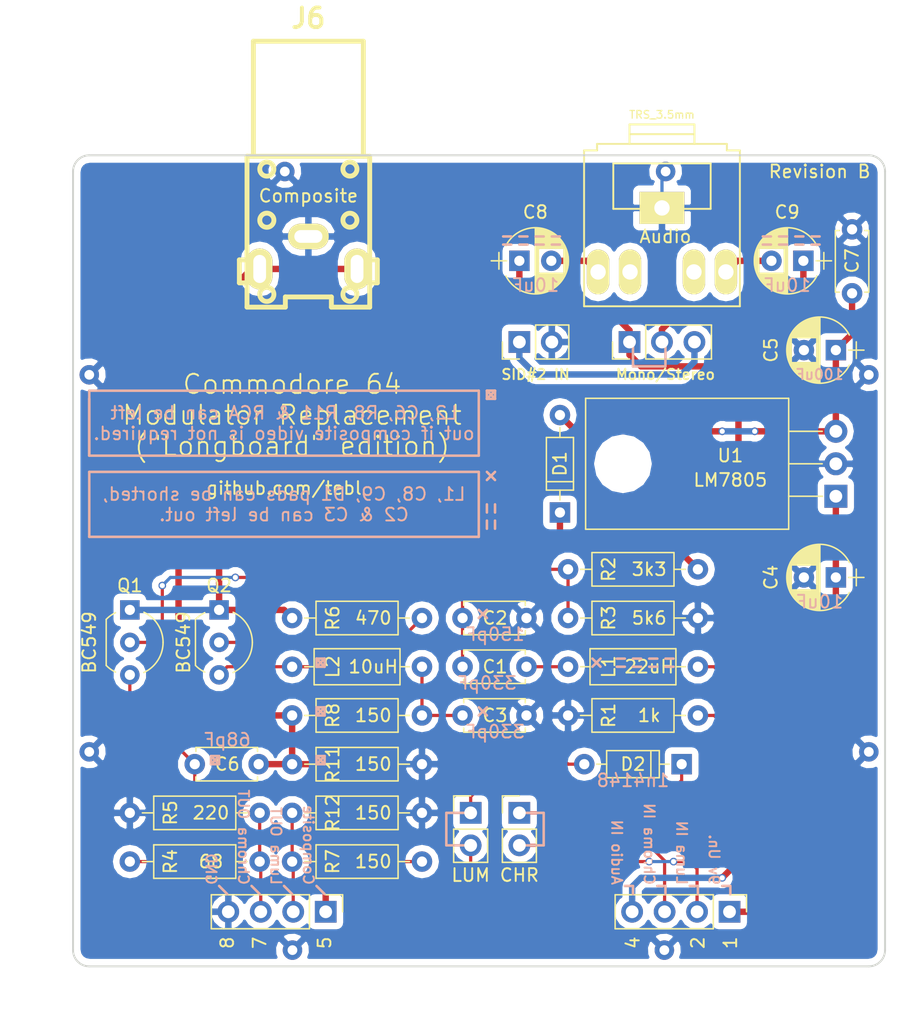
<source format=kicad_pcb>
(kicad_pcb (version 4) (host pcbnew 4.0.7)
  (layers (0 F.Cu signal) (31 B.Cu signal) (34 B.Paste user) (35 F.Paste user) (36 B.SilkS user) (37 F.SilkS user) (38 B.Mask user) (39 F.Mask user) (44 Edge.Cuts user))
  (net 0 "")
  (net 1 "Net-(C1-Pad1)")
  (net 2 "Net-(C1-Pad2)")
  (net 3 GND)
  (net 4 "Net-(C3-Pad1)")
  (net 5 "Net-(C6-Pad1)")
  (net 6 COMPOSITE)
  (net 7 VCC)
  (net 8 LUMA_IN)
  (net 9 "Net-(D2-Pad2)")
  (net 10 LUMA_OUT)
  (net 11 CHROMA_OUT)
  (net 12 CHROMA_IN)
  (net 13 AUDIO_IN)
  (net 14 "Net-(J4-Pad1)")
  (net 15 /AUD_R)
  (net 16 "Net-(L2-Pad2)")
  (net 17 +9V)
  (net 18 "Net-(J3-Pad2)")
  (net 19 "Net-(J3-Pad3)")
  (net 20 "Net-(C5-Pad1)")
  (net 21 "Net-(C8-Pad2)")
  (net 22 "Net-(C9-Pad2)")
  (module trs:Tayda_3.5mm_stereo_TRS_jack_A-853 (layer F.Cu) (at 164.83 67.945)
    (fp_text reference J5 hide)
    (fp_text value TRS_3.5mm (at 0 -8.89) (layer F.SilkS) (effects (font (size 0.6 0.6) (thickness 0.1))))
    (pad 1 thru_hole rect (at 0 -1.596) (size 3.5 2.5) (drill 1.2) (layers *.Cu *.Mask F.SilkS) (net 3 GND))
    (pad 2 thru_hole oval (at 5 3.41) (size 1.75 3.5) (drill 1.2) (layers *.Cu *.Mask F.SilkS) (net 22 "Net-(C9-Pad2)"))
    (pad 5 thru_hole oval (at -5 3.41) (size 1.75 3.5) (drill 1.2) (layers *.Cu *.Mask F.SilkS) (net 21 "Net-(C8-Pad2)"))
    (pad 3 thru_hole oval (at 2.5 3.41) (size 1.75 3.5) (drill 1.2) (layers *.Cu *.Mask F.SilkS))
    (pad 4 thru_hole oval (at -2.5 3.41) (size 1.75 3.5) (drill 1.2) (layers *.Cu *.Mask F.SilkS))
  )
  (module rca:rca_yellow (layer F.Cu) (at 137.16 67.31 180)
    (fp_text reference J6 (at 0 15.7988 180) (layer F.SilkS) (effects (font (thickness 0.3048))))
    (fp_text value RCA_PLUG)
    (pad 2 thru_hole oval (at 3.81 -3.81 180) (size 1.99898 3.19786) (drill oval 0.99568 2.1971) (layers *.Cu *.Mask F.SilkS) (net 6 COMPOSITE))
    (pad 1 thru_hole oval (at 0 -1.27 180) (size 3.19786 1.99898) (drill oval 2.1971 0.99568) (layers *.Cu *.Mask F.SilkS) (net 3 GND))
    (pad 2 thru_hole oval (at -3.81 -3.81 180) (size 1.99898 3.19786) (drill oval 0.99568 2.1971) (layers *.Cu *.Mask F.SilkS) (net 6 COMPOSITE))
  )
  (module Capacitors_THT:C_Disc_D4.7mm_W2.5mm_P5.00mm (layer F.Cu) (at 149.225 102.235)
    (fp_text reference C1 (at 2.54 0) (layer F.SilkS))
    (fp_text value 330pF (at 1.905 1.27 180) (layer B.SilkS) (effects (justify mirror)))
    (pad 1 thru_hole circle (at 0 0) (size 1.6 1.6) (drill 0.8) (layers *.Cu *.Mask) (net 1 "Net-(C1-Pad1)"))
    (pad 2 thru_hole circle (at 5 0) (size 1.6 1.6) (drill 0.8) (layers *.Cu *.Mask) (net 2 "Net-(C1-Pad2)"))
  )
  (module Capacitors_THT:C_Disc_D4.7mm_W2.5mm_P5.00mm (layer F.Cu) (at 149.225 98.425)
    (fp_text reference C2 (at 2.54 0) (layer F.SilkS))
    (fp_text value 150pF (at 2.54 1.27 180) (layer B.SilkS) (effects (justify mirror)))
    (pad 1 thru_hole circle (at 0 0) (size 1.6 1.6) (drill 0.8) (layers *.Cu *.Mask) (net 1 "Net-(C1-Pad1)"))
    (pad 2 thru_hole circle (at 5 0) (size 1.6 1.6) (drill 0.8) (layers *.Cu *.Mask) (net 3 GND))
  )
  (module Capacitors_THT:C_Disc_D4.7mm_W2.5mm_P5.00mm (layer F.Cu) (at 149.225 106.045)
    (fp_text reference C3 (at 2.54 0) (layer F.SilkS))
    (fp_text value 330pF (at 2.54 1.27 180) (layer B.SilkS) (effects (justify mirror)))
    (pad 1 thru_hole circle (at 0 0) (size 1.6 1.6) (drill 0.8) (layers *.Cu *.Mask) (net 4 "Net-(C3-Pad1)"))
    (pad 2 thru_hole circle (at 5 0) (size 1.6 1.6) (drill 0.8) (layers *.Cu *.Mask) (net 3 GND))
  )
  (module Capacitors_THT:C_Disc_D4.7mm_W2.5mm_P5.00mm (layer F.Cu) (at 128.27 109.855)
    (fp_text reference C6 (at 2.54 0) (layer F.SilkS))
    (fp_text value 68pF (at 2.54 -1.905 180) (layer B.SilkS) (effects (justify mirror)))
    (pad 1 thru_hole circle (at 0 0) (size 1.6 1.6) (drill 0.8) (layers *.Cu *.Mask) (net 5 "Net-(C6-Pad1)"))
    (pad 2 thru_hole circle (at 5 0) (size 1.6 1.6) (drill 0.8) (layers *.Cu *.Mask) (net 6 COMPOSITE))
  )
  (module Diodes_THT:D_DO-35_SOD27_P7.62mm_Horizontal (layer F.Cu) (at 166.37 109.855 180)
    (fp_text reference D2 (at 3.81 0 180) (layer F.SilkS))
    (fp_text value 1n4148 (at 3.81 -1.27 180) (layer B.SilkS) (effects (justify mirror)))
    (pad 1 thru_hole rect (at 0 0 180) (size 1.6 1.6) (drill 0.8) (layers *.Cu *.Mask) (net 8 LUMA_IN))
    (pad 2 thru_hole oval (at 7.62 0 180) (size 1.6 1.6) (drill 0.8) (layers *.Cu *.Mask) (net 9 "Net-(D2-Pad2)"))
  )
  (module Pin_Headers:Pin_Header_Straight_1x04_Pitch2.54mm (layer F.Cu) (at 138.515 121.4 270)
    (fp_text reference J2 hide)
    (fp_text value 8765)
    (pad 1 thru_hole rect (at 0 0 270) (size 1.7 1.7) (drill 1) (layers *.Cu *.Mask) (net 6 COMPOSITE))
    (pad 2 thru_hole oval (at 0 2.54 270) (size 1.7 1.7) (drill 1) (layers *.Cu *.Mask) (net 10 LUMA_OUT))
    (pad 3 thru_hole oval (at 0 5.08 270) (size 1.7 1.7) (drill 1) (layers *.Cu *.Mask) (net 11 CHROMA_OUT))
    (pad 4 thru_hole oval (at 0 7.62 270) (size 1.7 1.7) (drill 1) (layers *.Cu *.Mask) (net 3 GND))
  )
  (module Pin_Headers:Pin_Header_Straight_1x04_Pitch2.54mm (layer F.Cu) (at 170.115 121.4 270)
    (fp_text reference J3 hide)
    (fp_text value 4321)
    (pad 1 thru_hole rect (at 0 0 270) (size 1.7 1.7) (drill 1) (layers *.Cu *.Mask) (net 17 +9V))
    (pad 2 thru_hole oval (at 0 2.54 270) (size 1.7 1.7) (drill 1) (layers *.Cu *.Mask) (net 18 "Net-(J3-Pad2)"))
    (pad 3 thru_hole oval (at 0 5.08 270) (size 1.7 1.7) (drill 1) (layers *.Cu *.Mask) (net 19 "Net-(J3-Pad3)"))
    (pad 4 thru_hole oval (at 0 7.62 270) (size 1.7 1.7) (drill 1) (layers *.Cu *.Mask) (net 13 AUDIO_IN))
  )
  (module Pin_Headers:Pin_Header_Straight_1x03_Pitch2.54mm (layer F.Cu) (at 162.29 76.835 90)
    (fp_text reference JP2 hide)
    (fp_text value AUD_MONO)
    (pad 1 thru_hole rect (at 0 0 90) (size 1.7 1.7) (drill 1) (layers *.Cu *.Mask) (net 13 AUDIO_IN))
    (pad 2 thru_hole oval (at 0 2.54 90) (size 1.7 1.7) (drill 1) (layers *.Cu *.Mask) (net 15 /AUD_R))
    (pad 3 thru_hole oval (at 0 5.08 90) (size 1.7 1.7) (drill 1) (layers *.Cu *.Mask) (net 14 "Net-(J4-Pad1)"))
  )
  (module Inductors_THT:L_Axial_L6.6mm_D2.7mm_P10.16mm_Horizontal_Vishay_IM-2 (layer F.Cu) (at 167.64 102.235 180)
    (fp_text reference L1 (at 6.985 0 270) (layer F.SilkS))
    (fp_text value 22uH (at 3.81 0 180) (layer F.SilkS))
    (pad 1 thru_hole circle (at 0 0 180) (size 1.6 1.6) (drill 0.8) (layers *.Cu *.Mask) (net 12 CHROMA_IN))
    (pad 2 thru_hole oval (at 10.16 0 180) (size 1.6 1.6) (drill 0.8) (layers *.Cu *.Mask) (net 2 "Net-(C1-Pad2)"))
  )
  (module Inductors_THT:L_Axial_L6.6mm_D2.7mm_P10.16mm_Horizontal_Vishay_IM-2 (layer F.Cu) (at 146.05 102.235 180)
    (fp_text reference L2 (at 6.985 0 270) (layer F.SilkS))
    (fp_text value 10uH (at 3.81 0 180) (layer F.SilkS))
    (pad 1 thru_hole circle (at 0 0 180) (size 1.6 1.6) (drill 0.8) (layers *.Cu *.Mask) (net 4 "Net-(C3-Pad1)"))
    (pad 2 thru_hole oval (at 10.16 0 180) (size 1.6 1.6) (drill 0.8) (layers *.Cu *.Mask) (net 16 "Net-(L2-Pad2)"))
  )
  (module Resistors_THT:R_Axial_DIN0207_L6.3mm_D2.5mm_P10.16mm_Horizontal (layer F.Cu) (at 167.64 106.045 180)
    (fp_text reference R1 (at 6.985 0 270) (layer F.SilkS))
    (fp_text value 1k (at 3.81 0 180) (layer F.SilkS))
    (pad 1 thru_hole circle (at 0 0 180) (size 1.6 1.6) (drill 0.8) (layers *.Cu *.Mask) (net 12 CHROMA_IN))
    (pad 2 thru_hole oval (at 10.16 0 180) (size 1.6 1.6) (drill 0.8) (layers *.Cu *.Mask) (net 3 GND))
  )
  (module Resistors_THT:R_Axial_DIN0207_L6.3mm_D2.5mm_P10.16mm_Horizontal (layer F.Cu) (at 157.48 94.615)
    (fp_text reference R2 (at 3.175 0 90) (layer F.SilkS))
    (fp_text value 3k3 (at 6.35 0) (layer F.SilkS))
    (pad 1 thru_hole circle (at 0 0) (size 1.6 1.6) (drill 0.8) (layers *.Cu *.Mask) (net 1 "Net-(C1-Pad1)"))
    (pad 2 thru_hole oval (at 10.16 0) (size 1.6 1.6) (drill 0.8) (layers *.Cu *.Mask) (net 7 VCC))
  )
  (module Resistors_THT:R_Axial_DIN0207_L6.3mm_D2.5mm_P10.16mm_Horizontal (layer F.Cu) (at 157.48 98.425)
    (fp_text reference R3 (at 3.175 0 90) (layer F.SilkS))
    (fp_text value 5k6 (at 6.35 0) (layer F.SilkS))
    (pad 1 thru_hole circle (at 0 0) (size 1.6 1.6) (drill 0.8) (layers *.Cu *.Mask) (net 1 "Net-(C1-Pad1)"))
    (pad 2 thru_hole oval (at 10.16 0) (size 1.6 1.6) (drill 0.8) (layers *.Cu *.Mask) (net 3 GND))
  )
  (module Resistors_THT:R_Axial_DIN0207_L6.3mm_D2.5mm_P10.16mm_Horizontal (layer F.Cu) (at 133.35 117.475 180)
    (fp_text reference R4 (at 6.985 0 270) (layer F.SilkS))
    (fp_text value 68 (at 3.81 0 180) (layer F.SilkS))
    (pad 1 thru_hole circle (at 0 0 180) (size 1.6 1.6) (drill 0.8) (layers *.Cu *.Mask) (net 11 CHROMA_OUT))
    (pad 2 thru_hole oval (at 10.16 0 180) (size 1.6 1.6) (drill 0.8) (layers *.Cu *.Mask) (net 5 "Net-(C6-Pad1)"))
  )
  (module Resistors_THT:R_Axial_DIN0207_L6.3mm_D2.5mm_P10.16mm_Horizontal (layer F.Cu) (at 133.35 113.665 180)
    (fp_text reference R5 (at 6.985 0 270) (layer F.SilkS))
    (fp_text value 220 (at 3.81 0 180) (layer F.SilkS))
    (pad 1 thru_hole circle (at 0 0 180) (size 1.6 1.6) (drill 0.8) (layers *.Cu *.Mask) (net 11 CHROMA_OUT))
    (pad 2 thru_hole oval (at 10.16 0 180) (size 1.6 1.6) (drill 0.8) (layers *.Cu *.Mask) (net 3 GND))
  )
  (module Resistors_THT:R_Axial_DIN0207_L6.3mm_D2.5mm_P10.16mm_Horizontal (layer F.Cu) (at 135.89 98.425)
    (fp_text reference R6 (at 3.175 0 90) (layer F.SilkS))
    (fp_text value 470 (at 6.35 0) (layer F.SilkS))
    (pad 1 thru_hole circle (at 0 0) (size 1.6 1.6) (drill 0.8) (layers *.Cu *.Mask) (net 7 VCC))
    (pad 2 thru_hole oval (at 10.16 0) (size 1.6 1.6) (drill 0.8) (layers *.Cu *.Mask) (net 9 "Net-(D2-Pad2)"))
  )
  (module Resistors_THT:R_Axial_DIN0207_L6.3mm_D2.5mm_P10.16mm_Horizontal (layer F.Cu) (at 135.89 117.475)
    (fp_text reference R7 (at 3.175 0 90) (layer F.SilkS))
    (fp_text value 150 (at 6.35 0) (layer F.SilkS))
    (pad 1 thru_hole circle (at 0 0) (size 1.6 1.6) (drill 0.8) (layers *.Cu *.Mask) (net 10 LUMA_OUT))
    (pad 2 thru_hole oval (at 10.16 0) (size 1.6 1.6) (drill 0.8) (layers *.Cu *.Mask) (net 16 "Net-(L2-Pad2)"))
  )
  (module Resistors_THT:R_Axial_DIN0207_L6.3mm_D2.5mm_P10.16mm_Horizontal (layer F.Cu) (at 135.89 106.045)
    (fp_text reference R8 (at 3.175 0 90) (layer F.SilkS))
    (fp_text value 150 (at 6.35 0) (layer F.SilkS))
    (pad 1 thru_hole circle (at 0 0) (size 1.6 1.6) (drill 0.8) (layers *.Cu *.Mask) (net 6 COMPOSITE))
    (pad 2 thru_hole oval (at 10.16 0) (size 1.6 1.6) (drill 0.8) (layers *.Cu *.Mask) (net 4 "Net-(C3-Pad1)"))
  )
  (module Resistors_THT:R_Axial_DIN0207_L6.3mm_D2.5mm_P10.16mm_Horizontal (layer F.Cu) (at 135.89 109.855)
    (fp_text reference R11 (at 3.175 0 90) (layer F.SilkS))
    (fp_text value 150 (at 6.35 0) (layer F.SilkS))
    (pad 1 thru_hole circle (at 0 0) (size 1.6 1.6) (drill 0.8) (layers *.Cu *.Mask) (net 6 COMPOSITE))
    (pad 2 thru_hole oval (at 10.16 0) (size 1.6 1.6) (drill 0.8) (layers *.Cu *.Mask) (net 3 GND))
  )
  (module Resistors_THT:R_Axial_DIN0207_L6.3mm_D2.5mm_P10.16mm_Horizontal (layer F.Cu) (at 135.89 113.665)
    (fp_text reference R12 (at 3.175 0 90) (layer F.SilkS))
    (fp_text value 150 (at 6.35 0) (layer F.SilkS))
    (pad 1 thru_hole circle (at 0 0) (size 1.6 1.6) (drill 0.8) (layers *.Cu *.Mask) (net 10 LUMA_OUT))
    (pad 2 thru_hole oval (at 10.16 0) (size 1.6 1.6) (drill 0.8) (layers *.Cu *.Mask) (net 3 GND))
  )
  (module anchors:anchor_circle (layer F.Cu) (at 135.89 124.46)
    (fp_text reference J8 hide)
    (fp_text value " " hide)
    (pad 1 thru_hole circle (at 0.025 -0.06) (size 1.524 1.524) (drill 0.762) (layers *.Cu *.Mask) (net 3 GND))
  )
  (module anchors:anchor_circle (layer F.Cu) (at 180.975 109.4)
    (fp_text reference J9 hide)
    (fp_text value " " hide)
    (pad 1 thru_hole circle (at 0.04 -0.508) (size 1.524 1.524) (drill 0.762) (layers *.Cu *.Mask) (net 3 GND))
  )
  (module anchors:anchor_circle (layer F.Cu) (at 168.91 63.5)
    (fp_text reference J10 hide)
    (fp_text value " " hide)
    (pad 1 thru_hole circle (at -3.795 0) (size 1.524 1.524) (drill 0.762) (layers *.Cu *.Mask) (net 3 GND))
  )
  (module anchors:anchor_circle (layer F.Cu) (at 180.975 79.375)
    (fp_text reference J11 hide)
    (fp_text value " " hide)
    (pad 1 thru_hole circle (at 0.04 0.025) (size 1.524 1.524) (drill 0.762) (layers *.Cu *.Mask) (net 3 GND))
  )
  (module anchors:anchor_circle (layer F.Cu) (at 165.015 126.365)
    (fp_text reference J12 hide)
    (fp_text value " " hide)
    (pad 1 thru_hole circle (at 0 -1.965) (size 1.524 1.524) (drill 0.762) (layers *.Cu *.Mask) (net 3 GND))
  )
  (module anchors:anchor_circle (layer F.Cu) (at 120.015 113.665)
    (fp_text reference J13 hide)
    (fp_text value " " hide)
    (pad 1 thru_hole circle (at 0 -4.773) (size 1.524 1.524) (drill 0.762) (layers *.Cu *.Mask) (net 3 GND))
  )
  (module anchors:anchor_circle (layer F.Cu) (at 135.315 63.5)
    (fp_text reference J14 hide)
    (fp_text value " " hide)
    (pad 1 thru_hole circle (at 0 0) (size 1.524 1.524) (drill 0.762) (layers *.Cu *.Mask) (net 3 GND))
  )
  (module TO_SOT_Packages_THT:TO-92_Inline_Wide (layer F.Cu) (at 123.19 97.79 270)
    (fp_text reference Q1 (at -1.905 0 540) (layer F.SilkS))
    (fp_text value BC549 (at 2.54 3.175 270) (layer F.SilkS))
    (pad 2 thru_hole circle (at 2.54 0) (size 1.52 1.52) (drill 0.8) (layers *.Cu *.Mask) (net 1 "Net-(C1-Pad1)"))
    (pad 3 thru_hole circle (at 5.08 0) (size 1.52 1.52) (drill 0.8) (layers *.Cu *.Mask) (net 5 "Net-(C6-Pad1)"))
    (pad 1 thru_hole rect (at 0 0) (size 1.52 1.52) (drill 0.8) (layers *.Cu *.Mask) (net 7 VCC))
  )
  (module TO_SOT_Packages_THT:TO-92_Inline_Wide (layer F.Cu) (at 130.175 97.79 270)
    (fp_text reference Q2 (at -1.905 0 540) (layer F.SilkS))
    (fp_text value BC549 (at 2.54 2.79 270) (layer F.SilkS))
    (pad 2 thru_hole circle (at 2.54 0) (size 1.52 1.52) (drill 0.8) (layers *.Cu *.Mask) (net 9 "Net-(D2-Pad2)"))
    (pad 3 thru_hole circle (at 5.08 0) (size 1.52 1.52) (drill 0.8) (layers *.Cu *.Mask) (net 16 "Net-(L2-Pad2)"))
    (pad 1 thru_hole rect (at 0 0) (size 1.52 1.52) (drill 0.8) (layers *.Cu *.Mask) (net 7 VCC))
  )
  (module Capacitors_THT:CP_Radial_D5.0mm_P2.50mm (layer F.Cu) (at 178.435 77.47 180)
    (fp_text reference C5 (at 5.08 0 270) (layer F.SilkS))
    (fp_text value 100uF (at 1.27 -1.905 180) (layer B.SilkS) (effects (font (size 0.8 0.8)) (justify mirror)))
    (pad 1 thru_hole rect (at 0 0 180) (size 1.6 1.6) (drill 0.8) (layers *.Cu *.Mask) (net 20 "Net-(C5-Pad1)"))
    (pad 2 thru_hole circle (at 2.5 0 180) (size 1.6 1.6) (drill 0.8) (layers *.Cu *.Mask) (net 3 GND))
  )
  (module Capacitors_THT:C_Disc_D4.7mm_W2.5mm_P5.00mm (layer F.Cu) (at 179.705 73.025 90)
    (fp_text reference C7 (at 2.54 0 90) (layer F.SilkS))
    (fp_text value 100nF)
    (pad 1 thru_hole circle (at 0 0 90) (size 1.6 1.6) (drill 0.8) (layers *.Cu *.Mask) (net 20 "Net-(C5-Pad1)"))
    (pad 2 thru_hole circle (at 5 0 90) (size 1.6 1.6) (drill 0.8) (layers *.Cu *.Mask) (net 3 GND))
  )
  (module Pin_Headers:Pin_Header_Straight_1x02_Pitch2.54mm (layer F.Cu) (at 153.67 113.665)
    (fp_text reference JP3 hide)
    (fp_text value CHR (at 0 4.87) (layer F.SilkS))
    (pad 1 thru_hole rect (at 0 0) (size 1.7 1.7) (drill 1) (layers *.Cu *.Mask) (net 12 CHROMA_IN))
    (pad 2 thru_hole oval (at 0 2.54) (size 1.7 1.7) (drill 1) (layers *.Cu *.Mask) (net 19 "Net-(J3-Pad3)"))
  )
  (module Pin_Headers:Pin_Header_Straight_1x02_Pitch2.54mm (layer F.Cu) (at 149.86 113.665)
    (fp_text reference JP4 hide)
    (fp_text value LUM (at 0 4.87) (layer F.SilkS))
    (pad 1 thru_hole rect (at 0 0) (size 1.7 1.7) (drill 1) (layers *.Cu *.Mask) (net 8 LUMA_IN))
    (pad 2 thru_hole oval (at 0 2.54) (size 1.7 1.7) (drill 1) (layers *.Cu *.Mask) (net 18 "Net-(J3-Pad2)"))
  )
  (module TO_SOT_Packages_THT:TO-220-3_Horizontal (layer F.Cu) (at 178.435 88.9 90)
    (fp_text reference U1 (at 3.175 -8.255 180) (layer F.SilkS))
    (fp_text value LM7805 (at 1.27 -8.255 180) (layer F.SilkS))
    (pad 0 np_thru_hole oval (at 2.54 -16.66 90) (size 3.5 3.5) (drill 3.5) (layers *.Cu *.Mask))
    (pad 1 thru_hole rect (at 0 0 90) (size 1.8 1.8) (drill 1) (layers *.Cu *.Mask) (net 17 +9V))
    (pad 2 thru_hole oval (at 2.54 0 90) (size 1.8 1.8) (drill 1) (layers *.Cu *.Mask) (net 3 GND))
    (pad 3 thru_hole oval (at 5.08 0 90) (size 1.8 1.8) (drill 1) (layers *.Cu *.Mask) (net 20 "Net-(C5-Pad1)"))
  )
  (module Diodes_THT:D_DO-35_SOD27_P7.62mm_Horizontal (layer F.Cu) (at 156.845 90.17 90)
    (fp_text reference D1 (at 3.81 0 90) (layer F.SilkS))
    (fp_text value 1n4148)
    (pad 1 thru_hole rect (at 0 0 90) (size 1.6 1.6) (drill 0.8) (layers *.Cu *.Mask) (net 7 VCC))
    (pad 2 thru_hole oval (at 7.62 0 90) (size 1.6 1.6) (drill 0.8) (layers *.Cu *.Mask) (net 20 "Net-(C5-Pad1)"))
  )
  (module anchors:anchor_circle (layer F.Cu) (at 120.015 79.375)
    (fp_text reference J7 hide)
    (fp_text value " " hide)
    (pad 1 thru_hole circle (at 0 0.025) (size 1.524 1.524) (drill 0.762) (layers *.Cu *.Mask) (net 3 GND))
  )
  (module Capacitors_THT:CP_Radial_D5.0mm_P2.50mm (layer F.Cu) (at 178.435 95.25 180)
    (fp_text reference C4 (at 5.08 0 270) (layer F.SilkS))
    (fp_text value 10uF (at 1.27 -1.905 180) (layer B.SilkS) (effects (justify mirror)))
    (pad 1 thru_hole rect (at 0 0 180) (size 1.6 1.6) (drill 0.8) (layers *.Cu *.Mask) (net 17 +9V))
    (pad 2 thru_hole circle (at 2.5 0 180) (size 1.6 1.6) (drill 0.8) (layers *.Cu *.Mask) (net 3 GND))
  )
  (module Capacitors_THT:CP_Radial_D5.0mm_P2.50mm (layer F.Cu) (at 153.67 70.485)
    (fp_text reference C8 (at 1.25 -3.81) (layer F.SilkS))
    (fp_text value 10uF (at 1.27 1.905) (layer B.SilkS) (effects (justify mirror)))
    (pad 1 thru_hole rect (at 0 0) (size 1.6 1.6) (drill 0.8) (layers *.Cu *.Mask) (net 13 AUDIO_IN))
    (pad 2 thru_hole circle (at 2.5 0) (size 1.6 1.6) (drill 0.8) (layers *.Cu *.Mask) (net 21 "Net-(C8-Pad2)"))
  )
  (module Capacitors_THT:CP_Radial_D5.0mm_P2.50mm (layer F.Cu) (at 175.895 70.485 180)
    (fp_text reference C9 (at 1.27 3.81 180) (layer F.SilkS))
    (fp_text value 10uF (at 1.27 -1.905 180) (layer B.SilkS) (effects (justify mirror)))
    (pad 1 thru_hole rect (at 0 0 180) (size 1.6 1.6) (drill 0.8) (layers *.Cu *.Mask) (net 15 /AUD_R))
    (pad 2 thru_hole circle (at 2.5 0 180) (size 1.6 1.6) (drill 0.8) (layers *.Cu *.Mask) (net 22 "Net-(C9-Pad2)"))
  )
  (module Pin_Headers:Pin_Header_Straight_1x02_Pitch2.54mm (layer F.Cu) (at 153.67 76.835 90)
    (fp_text reference J4 hide)
    (fp_text value AUD_RIGHT)
    (pad 1 thru_hole rect (at 0 0 90) (size 1.7 1.7) (drill 1) (layers *.Cu *.Mask) (net 14 "Net-(J4-Pad1)"))
    (pad 2 thru_hole oval (at 0 2.54 90) (size 1.7 1.7) (drill 1) (layers *.Cu *.Mask) (net 3 GND))
  )
  (gr_line (start 173.355 68.58) (end 172.72 68.58) (angle 90) (layer B.SilkS) (width 0.2))
  (gr_line (start 174.625 68.58) (end 173.99 68.58) (angle 90) (layer B.SilkS) (width 0.2))
  (gr_line (start 175.895 68.58) (end 175.26 68.58) (angle 90) (layer B.SilkS) (width 0.2))
  (gr_line (start 177.165 68.58) (end 176.53 68.58) (angle 90) (layer B.SilkS) (width 0.2))
  (gr_line (start 176.53 69.215) (end 177.165 69.215) (angle 90) (layer B.SilkS) (width 0.2))
  (gr_line (start 175.26 69.215) (end 175.895 69.215) (angle 90) (layer B.SilkS) (width 0.2))
  (gr_line (start 173.99 69.215) (end 174.625 69.215) (angle 90) (layer B.SilkS) (width 0.2))
  (gr_line (start 172.72 69.215) (end 173.355 69.215) (angle 90) (layer B.SilkS) (width 0.2))
  (gr_line (start 156.21 68.58) (end 156.845 68.58) (angle 90) (layer B.SilkS) (width 0.2))
  (gr_line (start 154.94 68.58) (end 155.575 68.58) (angle 90) (layer B.SilkS) (width 0.2))
  (gr_line (start 153.67 68.58) (end 154.305 68.58) (angle 90) (layer B.SilkS) (width 0.2))
  (gr_line (start 152.4 68.58) (end 153.035 68.58) (angle 90) (layer B.SilkS) (width 0.2))
  (gr_line (start 153.035 69.215) (end 152.4 69.215) (angle 90) (layer B.SilkS) (width 0.2))
  (gr_line (start 156.21 69.215) (end 156.845 69.215) (angle 90) (layer B.SilkS) (width 0.2))
  (gr_line (start 154.94 69.215) (end 155.575 69.215) (angle 90) (layer B.SilkS) (width 0.2))
  (gr_line (start 153.67 69.215) (end 154.305 69.215) (angle 90) (layer B.SilkS) (width 0.2))
  (gr_text "SID#2 IN" (at 154.94 79.375) (layer F.SilkS) (effects (font (size 0.8 0.8))))
  (gr_text "Revision B" (at 177.165 63.5) (layer F.SilkS) (effects (font (size 1 1))))
  (gr_line (start 165.1 78.74) (end 165.1 76.835) (angle 90) (layer B.SilkS) (width 0.2))
  (gr_line (start 162.56 78.74) (end 165.1 78.74) (angle 90) (layer B.SilkS) (width 0.2))
  (gr_line (start 162.56 76.835) (end 162.56 78.74) (angle 90) (layer B.SilkS) (width 0.2))
  (gr_text github.com/tebl (at 135.255 88.265) (layer F.SilkS) (effects (font (size 1 1))))
  (gr_line (start 155.575 113.665) (end 153.67 113.665) (angle 90) (layer B.SilkS) (width 0.2))
  (gr_line (start 155.575 116.205) (end 155.575 113.665) (angle 90) (layer B.SilkS) (width 0.2))
  (gr_line (start 153.67 116.205) (end 155.575 116.205) (angle 90) (layer B.SilkS) (width 0.2))
  (gr_line (start 147.955 116.205) (end 149.86 116.205) (angle 90) (layer B.SilkS) (width 0.2))
  (gr_line (start 147.955 113.665) (end 147.955 116.205) (angle 90) (layer B.SilkS) (width 0.2))
  (gr_line (start 149.86 113.665) (end 147.955 113.665) (angle 90) (layer B.SilkS) (width 0.2))
  (gr_line (start 165.735 102.235) (end 165.1 102.235) (angle 90) (layer B.SilkS) (width 0.2))
  (gr_line (start 165.1 101.6) (end 165.735 101.6) (angle 90) (layer B.SilkS) (width 0.2))
  (gr_line (start 161.925 102.235) (end 161.29 102.235) (angle 90) (layer B.SilkS) (width 0.2))
  (gr_line (start 161.29 101.6) (end 161.925 101.6) (angle 90) (layer B.SilkS) (width 0.2))
  (gr_line (start 163.83 102.235) (end 164.465 102.235) (angle 90) (layer B.SilkS) (width 0.2))
  (gr_line (start 163.83 101.6) (end 164.465 101.6) (angle 90) (layer B.SilkS) (width 0.2))
  (gr_line (start 162.56 101.6) (end 163.195 101.6) (angle 90) (layer B.SilkS) (width 0.2))
  (gr_line (start 151.765 90.805) (end 151.765 91.44) (angle 90) (layer B.SilkS) (width 0.2))
  (gr_line (start 151.765 89.535) (end 151.765 90.17) (angle 90) (layer B.SilkS) (width 0.2))
  (gr_line (start 151.13 90.805) (end 151.13 91.44) (angle 90) (layer B.SilkS) (width 0.2))
  (gr_line (start 151.13 89.535) (end 151.13 90.17) (angle 90) (layer B.SilkS) (width 0.2))
  (gr_line (start 159.385 101.6) (end 160.02 102.235) (angle 90) (layer B.SilkS) (width 0.2))
  (gr_line (start 159.385 102.235) (end 160.02 101.6) (angle 90) (layer B.SilkS) (width 0.2))
  (gr_line (start 151.765 86.995) (end 151.13 87.63) (angle 90) (layer B.SilkS) (width 0.2))
  (gr_line (start 151.13 86.995) (end 151.765 87.63) (angle 90) (layer B.SilkS) (width 0.2))
  (gr_line (start 151.13 80.645) (end 151.765 81.28) (angle 90) (layer B.SilkS) (width 0.2))
  (gr_line (start 151.765 80.645) (end 151.13 80.645) (angle 90) (layer B.SilkS) (width 0.2))
  (gr_line (start 151.13 81.28) (end 151.765 80.645) (angle 90) (layer B.SilkS) (width 0.2))
  (gr_line (start 151.765 80.645) (end 151.13 80.645) (angle 90) (layer B.SilkS) (width 0.2))
  (gr_line (start 151.765 81.28) (end 151.765 80.645) (angle 90) (layer B.SilkS) (width 0.2))
  (gr_line (start 151.13 81.28) (end 151.765 81.28) (angle 90) (layer B.SilkS) (width 0.2))
  (gr_line (start 151.13 80.645) (end 151.13 81.28) (angle 90) (layer B.SilkS) (width 0.2))
  (gr_line (start 137.795 101.6) (end 138.43 102.235) (angle 90) (layer B.SilkS) (width 0.2))
  (gr_line (start 138.43 101.6) (end 137.795 102.235) (angle 90) (layer B.SilkS) (width 0.2))
  (gr_line (start 137.795 105.41) (end 138.43 106.045) (angle 90) (layer B.SilkS) (width 0.2))
  (gr_line (start 137.795 106.045) (end 138.43 105.41) (angle 90) (layer B.SilkS) (width 0.2))
  (gr_line (start 129.54 109.22) (end 130.175 109.855) (angle 90) (layer B.SilkS) (width 0.2))
  (gr_line (start 129.54 109.855) (end 130.175 109.22) (angle 90) (layer B.SilkS) (width 0.2))
  (gr_line (start 137.795 109.22) (end 138.43 109.855) (angle 90) (layer B.SilkS) (width 0.2))
  (gr_line (start 137.795 109.855) (end 138.43 109.22) (angle 90) (layer B.SilkS) (width 0.2))
  (gr_line (start 138.43 109.855) (end 137.795 109.855) (angle 90) (layer B.SilkS) (width 0.2))
  (gr_line (start 138.43 109.22) (end 138.43 109.855) (angle 90) (layer B.SilkS) (width 0.2))
  (gr_line (start 137.795 109.22) (end 138.43 109.22) (angle 90) (layer B.SilkS) (width 0.2))
  (gr_line (start 137.795 109.855) (end 137.795 109.22) (angle 90) (layer B.SilkS) (width 0.2))
  (gr_line (start 138.43 106.045) (end 137.795 106.045) (angle 90) (layer B.SilkS) (width 0.2))
  (gr_line (start 138.43 105.41) (end 138.43 106.045) (angle 90) (layer B.SilkS) (width 0.2))
  (gr_line (start 137.795 105.41) (end 138.43 105.41) (angle 90) (layer B.SilkS) (width 0.2))
  (gr_line (start 137.795 106.045) (end 137.795 105.41) (angle 90) (layer B.SilkS) (width 0.2))
  (gr_line (start 130.175 109.855) (end 129.54 109.855) (angle 90) (layer B.SilkS) (width 0.2))
  (gr_line (start 130.175 109.22) (end 130.175 109.855) (angle 90) (layer B.SilkS) (width 0.2))
  (gr_line (start 129.54 109.22) (end 130.175 109.22) (angle 90) (layer B.SilkS) (width 0.2))
  (gr_line (start 129.54 109.855) (end 129.54 109.22) (angle 90) (layer B.SilkS) (width 0.2))
  (gr_line (start 138.43 102.235) (end 137.795 102.235) (angle 90) (layer B.SilkS) (width 0.2))
  (gr_line (start 138.43 101.6) (end 138.43 102.235) (angle 90) (layer B.SilkS) (width 0.2))
  (gr_line (start 137.795 101.6) (end 138.43 101.6) (angle 90) (layer B.SilkS) (width 0.2))
  (gr_line (start 137.795 102.235) (end 137.795 101.6) (angle 90) (layer B.SilkS) (width 0.2))
  (gr_line (start 150.495 105.41) (end 151.13 106.045) (angle 90) (layer B.SilkS) (width 0.2))
  (gr_line (start 151.13 105.41) (end 150.495 106.045) (angle 90) (layer B.SilkS) (width 0.2))
  (gr_line (start 151.13 97.79) (end 150.495 98.425) (angle 90) (layer B.SilkS) (width 0.2))
  (gr_line (start 150.495 97.79) (end 151.13 98.425) (angle 90) (layer B.SilkS) (width 0.2))
  (gr_line (start 163.195 102.235) (end 162.56 102.235) (angle 90) (layer B.SilkS) (width 0.2))
  (gr_line (start 120.015 92.075) (end 120.015 86.995) (angle 90) (layer B.SilkS) (width 0.2))
  (gr_line (start 150.495 92.075) (end 120.015 92.075) (angle 90) (layer B.SilkS) (width 0.2))
  (gr_line (start 150.495 86.995) (end 150.495 92.075) (angle 90) (layer B.SilkS) (width 0.2))
  (gr_line (start 120.015 86.995) (end 150.495 86.995) (angle 90) (layer B.SilkS) (width 0.2))
  (gr_line (start 150.495 85.725) (end 120.015 85.725) (angle 90) (layer B.SilkS) (width 0.2))
  (gr_line (start 150.495 80.645) (end 120.015 80.645) (angle 90) (layer B.SilkS) (width 0.2))
  (gr_line (start 150.495 80.645) (end 150.495 85.725) (angle 90) (layer B.SilkS) (width 0.2))
  (gr_line (start 120.015 81.28) (end 120.015 80.645) (angle 90) (layer B.SilkS) (width 0.2))
  (gr_line (start 120.015 85.725) (end 120.015 81.28) (angle 90) (layer B.SilkS) (width 0.2))
  (gr_line (start 120.015 81.28) (end 120.015 85.725) (angle 90) (layer B.SilkS) (width 0.2))
  (gr_text "L1, C8, C9, D1 pads can be shorted,\nC2 & C3 can be left out." (at 135.255 89.535) (layer B.SilkS) (effects (font (size 1 1)) (justify mirror)))
  (gr_text "L2, C6, R8, R11 & RCA can be left\nout if composite video is not required." (at 135.255 83.185) (layer B.SilkS) (effects (font (size 1 1)) (justify mirror)))
  (gr_text 2 (at 167.64 123.825 90) (layer F.SilkS) (effects (font (size 1 1))))
  (gr_text 7 (at 133.35 123.825 90) (layer F.SilkS) (effects (font (size 1 1))))
  (gr_text 8 (at 130.81 123.825 90) (layer F.SilkS) (effects (font (size 1 1))))
  (gr_text 5 (at 138.43 123.825 90) (layer F.SilkS) (effects (font (size 1 1))))
  (gr_text 4 (at 162.56 123.825 90) (layer F.SilkS) (effects (font (size 1 1))))
  (gr_text 1 (at 170.18 123.825 90) (layer F.SilkS) (effects (font (size 1 1))))
  (gr_text Audio (at 165.1 68.58) (layer F.SilkS) (effects (font (size 1 1))))
  (gr_text Composite (at 137.16 65.405) (layer F.SilkS) (effects (font (size 1 1))))
  (gr_line (start 170.18 119.38) (end 170.18 120.015) (angle 90) (layer B.SilkS) (width 0.2))
  (gr_line (start 169.545 119.38) (end 170.18 119.38) (angle 90) (layer B.SilkS) (width 0.2))
  (gr_line (start 167.64 119.38) (end 167.64 120.015) (angle 90) (layer B.SilkS) (width 0.2))
  (gr_line (start 167.005 119.38) (end 167.64 119.38) (angle 90) (layer B.SilkS) (width 0.2))
  (gr_line (start 165.1 119.38) (end 165.1 120.015) (angle 90) (layer B.SilkS) (width 0.2))
  (gr_line (start 164.465 119.38) (end 165.1 119.38) (angle 90) (layer B.SilkS) (width 0.2))
  (gr_line (start 162.56 119.38) (end 162.56 120.015) (angle 90) (layer B.SilkS) (width 0.2))
  (gr_line (start 161.925 119.38) (end 162.56 119.38) (angle 90) (layer B.SilkS) (width 0.2))
  (gr_line (start 138.43 120.015) (end 137.795 119.38) (angle 90) (layer B.SilkS) (width 0.2))
  (gr_line (start 135.89 120.015) (end 135.255 119.38) (angle 90) (layer B.SilkS) (width 0.2))
  (gr_line (start 133.35 120.015) (end 132.715 119.38) (angle 90) (layer B.SilkS) (width 0.2))
  (gr_line (start 130.81 120.015) (end 130.175 119.38) (angle 90) (layer B.SilkS) (width 0.2))
  (gr_text "9v Un." (at 168.91 119.38 270) (layer B.SilkS) (effects (font (size 0.8 0.8)) (justify left mirror)))
  (gr_text GND (at 129.54 119.38 270) (layer B.SilkS) (effects (font (size 0.8 0.8)) (justify left mirror)))
  (gr_text "Chroma OUT" (at 132.08 119.38 270) (layer B.SilkS) (effects (font (size 0.8 0.8)) (justify left mirror)))
  (gr_text "Luma OUT" (at 134.62 119.38 270) (layer B.SilkS) (effects (font (size 0.8 0.8)) (justify left mirror)))
  (gr_text Composite (at 137.16 119.38 270) (layer B.SilkS) (effects (font (size 0.8 0.8)) (justify left mirror)))
  (gr_text "Luma IN" (at 166.37 119.38 270) (layer B.SilkS) (effects (font (size 0.8 0.8)) (justify left mirror)))
  (gr_text "Chroma IN" (at 163.83 119.38 270) (layer B.SilkS) (effects (font (size 0.8 0.8)) (justify left mirror)))
  (gr_text "Audio IN" (at 161.29 119.38 270) (layer B.SilkS) (effects (font (size 0.8 0.8)) (justify left mirror)))
  (gr_text "Commodore 64\nModulator Replacement\n(\"Longboard\" edition)" (at 135.89 82.55) (layer F.SilkS) (effects (font (size 1.5 1.5))))
  (gr_text Mono/Stereo (at 165.1 79.375) (layer F.SilkS) (effects (font (size 0.8 0.8))))
  (gr_arc (start 181.015 63.5) (end 181.015 62.23) (angle 90) (layer Edge.Cuts) (width 0.15))
  (gr_line (start 182.285 63.5) (end 182.285 124.4) (angle 90) (layer Edge.Cuts) (width 0.15))
  (gr_line (start 120.015 125.67) (end 181.015 125.67) (angle 90) (layer Edge.Cuts) (width 0.15))
  (gr_arc (start 120.015 124.4) (end 120.015 125.67) (angle 90) (layer Edge.Cuts) (width 0.15))
  (gr_arc (start 181.015 124.4) (end 182.285 124.4) (angle 90) (layer Edge.Cuts) (width 0.15))
  (gr_arc (start 120.015 63.5) (end 118.745 63.5) (angle 90) (layer Edge.Cuts) (width 0.15))
  (gr_line (start 118.745 63.5) (end 118.745 124.4) (angle 90) (layer Edge.Cuts) (width 0.15))
  (gr_line (start 120.015 62.23) (end 181.015 62.23) (angle 90) (layer Edge.Cuts) (width 0.15))
  (segment (start 148.59 95.25) (end 149.225 95.25) (width 0.25) (layer F.Cu) (net 1))
  (segment (start 149.225 95.885) (end 149.225 95.25) (width 0.25) (layer F.Cu) (net 1))
  (segment (start 149.225 95.25) (end 149.86 94.615) (width 0.25) (layer F.Cu) (net 1))
  (segment (start 157.48 94.615) (end 149.86 94.615) (width 0.25) (layer F.Cu) (net 1))
  (segment (start 125.73 95.885) (end 126.365 95.25) (width 0.25) (layer B.Cu) (net 1))
  (segment (start 126.365 95.25) (end 131.445 95.25) (width 0.25) (layer B.Cu) (net 1))
  (via (at 131.445 95.25) (size 0.6) (drill 0.4) (layers F.Cu B.Cu) (net 1))
  (segment (start 131.445 95.25) (end 148.59 95.25) (width 0.25) (layer F.Cu) (net 1))
  (via (at 125.73 95.885) (size 0.6) (drill 0.4) (layers F.Cu B.Cu) (net 1))
  (segment (start 157.48 98.425) (end 157.48 95.885) (width 0.25) (layer F.Cu) (net 1))
  (segment (start 157.48 95.885) (end 157.48 94.615) (width 0.25) (layer F.Cu) (net 1))
  (segment (start 125.73 95.885) (end 125.73 95.885) (width 0.25) (layer F.Cu) (net 1))
  (segment (start 123.19 100.33) (end 125.095 100.33) (width 0.25) (layer F.Cu) (net 1))
  (segment (start 149.225 95.885) (end 149.225 98.425) (width 0.25) (layer F.Cu) (net 1))
  (segment (start 125.73 99.695) (end 125.73 95.885) (width 0.25) (layer F.Cu) (net 1))
  (segment (start 125.095 100.33) (end 125.73 99.695) (width 0.25) (layer F.Cu) (net 1))
  (segment (start 149.225 102.235) (end 149.225 98.425) (width 0.25) (layer F.Cu) (net 1))
  (segment (start 154.225 102.235) (end 157.48 102.235) (width 0.25) (layer F.Cu) (net 2))
  (segment (start 164.83 66.349) (end 164.83 63.785) (width 0.25) (layer B.Cu) (net 3))
  (segment (start 164.83 63.785) (end 165.115 63.5) (width 0.25) (layer B.Cu) (net 3))
  (segment (start 146.05 102.235) (end 146.05 106.045) (width 0.25) (layer F.Cu) (net 4))
  (segment (start 146.05 106.045) (end 149.225 106.045) (width 0.25) (layer F.Cu) (net 4))
  (segment (start 128.27 109.855) (end 128.27 116.205) (width 0.25) (layer F.Cu) (net 5))
  (segment (start 127 117.475) (end 128.27 116.205) (width 0.25) (layer F.Cu) (net 5))
  (segment (start 127 117.475) (end 123.19 117.475) (width 0.25) (layer F.Cu) (net 5))
  (segment (start 123.19 102.87) (end 123.19 104.775) (width 0.25) (layer F.Cu) (net 5))
  (segment (start 123.19 104.775) (end 128.27 109.855) (width 0.25) (layer F.Cu) (net 5))
  (segment (start 133.35 71.12) (end 132.715 71.12) (width 0.5) (layer F.Cu) (net 6))
  (segment (start 132.715 71.12) (end 127 76.835) (width 0.5) (layer F.Cu) (net 6))
  (segment (start 133.35 71.12) (end 140.97 71.12) (width 0.5) (layer F.Cu) (net 6))
  (segment (start 127 76.835) (end 127 102.235) (width 0.5) (layer F.Cu) (net 6))
  (segment (start 127 102.235) (end 127 104.775) (width 0.5) (layer F.Cu) (net 6))
  (segment (start 128.27 106.045) (end 130.81 106.045) (width 0.5) (layer F.Cu) (net 6))
  (segment (start 127 104.775) (end 128.27 106.045) (width 0.5) (layer F.Cu) (net 6))
  (segment (start 133.27 106.045) (end 130.81 106.045) (width 0.5) (layer F.Cu) (net 6))
  (segment (start 133.27 106.045) (end 135.89 106.045) (width 0.5) (layer F.Cu) (net 6))
  (segment (start 135.89 109.855) (end 137.795 109.855) (width 0.5) (layer F.Cu) (net 6))
  (segment (start 138.515 110.575) (end 138.515 112.48) (width 0.5) (layer F.Cu) (net 6))
  (segment (start 137.795 109.855) (end 138.515 110.575) (width 0.5) (layer F.Cu) (net 6))
  (segment (start 133.27 109.855) (end 135.89 109.855) (width 0.5) (layer F.Cu) (net 6))
  (segment (start 135.89 109.855) (end 135.89 106.045) (width 0.5) (layer F.Cu) (net 6))
  (segment (start 138.515 121.4) (end 138.515 112.48) (width 0.5) (layer F.Cu) (net 6))
  (segment (start 156.845 90.17) (end 156.845 92.71) (width 0.5) (layer F.Cu) (net 7))
  (segment (start 167.64 94.615) (end 165.735 92.71) (width 0.5) (layer F.Cu) (net 7))
  (segment (start 158.75 92.71) (end 156.845 92.71) (width 0.5) (layer F.Cu) (net 7))
  (segment (start 156.845 92.71) (end 154.94 92.71) (width 0.5) (layer F.Cu) (net 7))
  (segment (start 165.1 92.71) (end 158.75 92.71) (width 0.5) (layer F.Cu) (net 7))
  (segment (start 165.1 92.71) (end 165.735 92.71) (width 0.5) (layer F.Cu) (net 7))
  (segment (start 154.94 92.71) (end 130.81 92.71) (width 0.5) (layer F.Cu) (net 7))
  (segment (start 130.81 92.71) (end 130.175 93.345) (width 0.5) (layer F.Cu) (net 7))
  (segment (start 130.175 93.98) (end 130.175 97.79) (width 0.5) (layer F.Cu) (net 7))
  (segment (start 130.175 93.345) (end 130.175 93.98) (width 0.5) (layer F.Cu) (net 7))
  (segment (start 123.19 97.79) (end 130.175 97.79) (width 0.5) (layer B.Cu) (net 7))
  (segment (start 130.175 97.79) (end 135.255 97.79) (width 0.5) (layer F.Cu) (net 7))
  (segment (start 135.255 97.79) (end 135.89 98.425) (width 0.5) (layer F.Cu) (net 7))
  (segment (start 149.86 113.665) (end 149.86 112.395) (width 0.25) (layer F.Cu) (net 8))
  (segment (start 166.37 111.125) (end 166.37 109.855) (width 0.25) (layer F.Cu) (net 8))
  (segment (start 165.735 111.76) (end 166.37 111.125) (width 0.25) (layer F.Cu) (net 8))
  (segment (start 150.495 111.76) (end 165.735 111.76) (width 0.25) (layer F.Cu) (net 8))
  (segment (start 149.86 112.395) (end 150.495 111.76) (width 0.25) (layer F.Cu) (net 8))
  (segment (start 154.305 107.95) (end 155.575 107.95) (width 0.25) (layer F.Cu) (net 9))
  (segment (start 155.575 107.95) (end 157.48 109.855) (width 0.25) (layer F.Cu) (net 9))
  (segment (start 158.75 109.855) (end 157.48 109.855) (width 0.25) (layer F.Cu) (net 9))
  (segment (start 144.145 106.68) (end 145.415 107.95) (width 0.25) (layer F.Cu) (net 9))
  (segment (start 144.145 106.68) (end 144.145 100.33) (width 0.25) (layer F.Cu) (net 9))
  (segment (start 154.305 107.95) (end 145.415 107.95) (width 0.25) (layer F.Cu) (net 9))
  (segment (start 130.175 100.33) (end 144.145 100.33) (width 0.25) (layer F.Cu) (net 9))
  (segment (start 144.145 100.33) (end 146.05 98.425) (width 0.25) (layer F.Cu) (net 9))
  (segment (start 135.975 121.4) (end 135.975 117.56) (width 0.25) (layer F.Cu) (net 10))
  (segment (start 135.975 117.56) (end 135.89 117.475) (width 0.25) (layer F.Cu) (net 10))
  (segment (start 135.89 113.665) (end 135.89 117.475) (width 0.25) (layer F.Cu) (net 10))
  (segment (start 133.35 117.475) (end 133.35 113.665) (width 0.25) (layer F.Cu) (net 11))
  (segment (start 133.435 121.4) (end 133.435 117.56) (width 0.25) (layer F.Cu) (net 11))
  (segment (start 133.435 117.56) (end 133.35 117.475) (width 0.25) (layer F.Cu) (net 11))
  (segment (start 167.64 106.045) (end 168.91 106.045) (width 0.25) (layer F.Cu) (net 12))
  (segment (start 168.91 106.045) (end 169.545 106.68) (width 0.25) (layer F.Cu) (net 12))
  (segment (start 169.545 106.68) (end 169.545 102.87) (width 0.25) (layer F.Cu) (net 12))
  (segment (start 168.91 102.235) (end 167.64 102.235) (width 0.25) (layer F.Cu) (net 12))
  (segment (start 169.545 102.87) (end 168.91 102.235) (width 0.25) (layer F.Cu) (net 12))
  (segment (start 167.64 113.665) (end 168.91 113.665) (width 0.25) (layer F.Cu) (net 12))
  (segment (start 169.545 113.03) (end 169.545 106.68) (width 0.25) (layer F.Cu) (net 12))
  (segment (start 168.91 113.665) (end 169.545 113.03) (width 0.25) (layer F.Cu) (net 12))
  (segment (start 167.64 113.665) (end 167.005 113.665) (width 0.25) (layer F.Cu) (net 12))
  (segment (start 153.67 113.665) (end 167.005 113.665) (width 0.25) (layer F.Cu) (net 12))
  (segment (start 170.815 85.09) (end 170.815 82.55) (width 0.5) (layer F.Cu) (net 13))
  (segment (start 170.815 82.55) (end 170.815 80.01) (width 0.5) (layer F.Cu) (net 13))
  (segment (start 170.815 80.01) (end 169.545 78.74) (width 0.5) (layer F.Cu) (net 13))
  (segment (start 169.545 78.74) (end 163.195 78.74) (width 0.5) (layer F.Cu) (net 13))
  (segment (start 163.195 78.74) (end 162.29 77.835) (width 0.5) (layer F.Cu) (net 13))
  (segment (start 162.29 76.835) (end 162.29 77.835) (width 0.5) (layer F.Cu) (net 13))
  (segment (start 169.545 118.745) (end 170.815 117.475) (width 0.5) (layer F.Cu) (net 13))
  (segment (start 162.495 119.445) (end 163.195 118.745) (width 0.5) (layer B.Cu) (net 13))
  (segment (start 163.195 118.745) (end 169.545 118.745) (width 0.5) (layer B.Cu) (net 13))
  (via (at 169.545 118.745) (size 0.6) (drill 0.4) (layers F.Cu B.Cu) (net 13))
  (segment (start 170.815 97.79) (end 170.815 117.475) (width 0.5) (layer F.Cu) (net 13))
  (segment (start 162.495 119.445) (end 162.495 121.4) (width 0.5) (layer B.Cu) (net 13))
  (segment (start 170.815 97.79) (end 170.815 85.09) (width 0.5) (layer F.Cu) (net 13))
  (segment (start 162.29 76.835) (end 162.29 75.93) (width 0.5) (layer F.Cu) (net 13))
  (segment (start 161.29 74.93) (end 160.385 74.93) (width 0.5) (layer F.Cu) (net 13))
  (segment (start 162.29 75.93) (end 161.29 74.93) (width 0.5) (layer F.Cu) (net 13))
  (segment (start 154.94 74.93) (end 153.67 73.66) (width 0.5) (layer F.Cu) (net 13))
  (segment (start 154.94 74.93) (end 160.385 74.93) (width 0.5) (layer F.Cu) (net 13))
  (segment (start 153.67 71.755) (end 153.67 73.66) (width 0.5) (layer F.Cu) (net 13))
  (segment (start 153.67 70.485) (end 153.67 71.755) (width 0.5) (layer F.Cu) (net 13))
  (segment (start 153.67 76.835) (end 153.67 78.105) (width 0.5) (layer B.Cu) (net 14))
  (segment (start 167.37 78.375) (end 167.37 76.835) (width 0.5) (layer B.Cu) (net 14))
  (segment (start 166.37 79.375) (end 167.37 78.375) (width 0.5) (layer B.Cu) (net 14))
  (segment (start 154.94 79.375) (end 166.37 79.375) (width 0.5) (layer B.Cu) (net 14))
  (segment (start 153.67 78.105) (end 154.94 79.375) (width 0.5) (layer B.Cu) (net 14))
  (segment (start 164.83 76.835) (end 164.83 75.835) (width 0.5) (layer F.Cu) (net 15))
  (segment (start 175.895 73.025) (end 175.895 70.485) (width 0.5) (layer F.Cu) (net 15))
  (segment (start 173.99 74.93) (end 175.895 73.025) (width 0.5) (layer F.Cu) (net 15))
  (segment (start 165.735 74.93) (end 173.99 74.93) (width 0.5) (layer F.Cu) (net 15))
  (segment (start 164.83 75.835) (end 165.735 74.93) (width 0.5) (layer F.Cu) (net 15))
  (segment (start 135.89 102.235) (end 130.81 102.235) (width 0.25) (layer F.Cu) (net 16))
  (segment (start 130.81 102.235) (end 130.175 102.87) (width 0.25) (layer F.Cu) (net 16))
  (segment (start 138.43 102.235) (end 140.335 102.235) (width 0.25) (layer F.Cu) (net 16))
  (segment (start 141.605 116.205) (end 142.875 117.475) (width 0.25) (layer F.Cu) (net 16))
  (segment (start 141.605 103.505) (end 141.605 116.205) (width 0.25) (layer F.Cu) (net 16))
  (segment (start 140.335 102.235) (end 141.605 103.505) (width 0.25) (layer F.Cu) (net 16))
  (segment (start 146.05 117.475) (end 142.875 117.475) (width 0.25) (layer F.Cu) (net 16))
  (segment (start 138.43 102.235) (end 135.89 102.235) (width 0.25) (layer F.Cu) (net 16))
  (segment (start 178.435 95.25) (end 178.435 120.65) (width 0.5) (layer F.Cu) (net 17))
  (segment (start 177.685 121.4) (end 174.51 121.4) (width 0.5) (layer F.Cu) (net 17))
  (segment (start 178.435 120.65) (end 177.685 121.4) (width 0.5) (layer F.Cu) (net 17))
  (segment (start 178.435 95.25) (end 178.435 88.9) (width 0.5) (layer F.Cu) (net 17))
  (segment (start 174.51 121.4) (end 170.115 121.4) (width 0.5) (layer F.Cu) (net 17))
  (segment (start 167.575 120.015) (end 167.575 118.045) (width 0.25) (layer F.Cu) (net 18))
  (segment (start 149.86 118.11) (end 150.495 118.745) (width 0.25) (layer F.Cu) (net 18))
  (segment (start 149.86 118.11) (end 149.86 116.205) (width 0.25) (layer F.Cu) (net 18))
  (segment (start 154.94 118.745) (end 150.495 118.745) (width 0.25) (layer F.Cu) (net 18))
  (segment (start 156.21 117.475) (end 154.94 118.745) (width 0.25) (layer F.Cu) (net 18))
  (segment (start 163.83 117.475) (end 156.21 117.475) (width 0.25) (layer F.Cu) (net 18))
  (via (at 163.83 117.475) (size 0.6) (drill 0.4) (layers F.Cu B.Cu) (net 18))
  (segment (start 165.735 117.475) (end 163.83 117.475) (width 0.25) (layer B.Cu) (net 18))
  (via (at 165.735 117.475) (size 0.6) (drill 0.4) (layers F.Cu B.Cu) (net 18))
  (segment (start 167.005 117.475) (end 165.735 117.475) (width 0.25) (layer F.Cu) (net 18))
  (segment (start 167.575 118.045) (end 167.005 117.475) (width 0.25) (layer F.Cu) (net 18))
  (segment (start 167.575 119.95) (end 167.575 120.015) (width 0.25) (layer F.Cu) (net 18))
  (segment (start 167.575 120.015) (end 167.575 121.4) (width 0.25) (layer F.Cu) (net 18))
  (segment (start 153.67 116.205) (end 163.83 116.205) (width 0.25) (layer F.Cu) (net 19))
  (segment (start 165.035 117.41) (end 165.035 121.4) (width 0.25) (layer F.Cu) (net 19))
  (segment (start 163.83 116.205) (end 165.035 117.41) (width 0.25) (layer F.Cu) (net 19))
  (segment (start 165.1 121.335) (end 165.035 121.4) (width 0.25) (layer F.Cu) (net 19))
  (segment (start 179.705 73.025) (end 179.705 76.2) (width 0.5) (layer F.Cu) (net 20))
  (segment (start 179.705 76.2) (end 178.435 77.47) (width 0.5) (layer F.Cu) (net 20))
  (segment (start 169.545 83.82) (end 172.085 83.82) (width 0.5) (layer B.Cu) (net 20))
  (segment (start 169.545 83.82) (end 158.115 83.82) (width 0.5) (layer F.Cu) (net 20))
  (segment (start 175.895 83.82) (end 172.085 83.82) (width 0.5) (layer F.Cu) (net 20))
  (segment (start 178.435 83.82) (end 175.895 83.82) (width 0.5) (layer F.Cu) (net 20))
  (segment (start 158.115 83.82) (end 156.845 82.55) (width 0.5) (layer F.Cu) (net 20))
  (via (at 172.085 83.82) (size 0.6) (drill 0.4) (layers F.Cu B.Cu) (net 20))
  (via (at 169.545 83.82) (size 0.6) (drill 0.4) (layers F.Cu B.Cu) (net 20))
  (segment (start 178.435 83.82) (end 178.435 77.47) (width 0.5) (layer F.Cu) (net 20))
  (segment (start 156.17 70.485) (end 158.96 70.485) (width 0.5) (layer F.Cu) (net 21))
  (segment (start 158.96 70.485) (end 159.83 71.355) (width 0.5) (layer F.Cu) (net 21))
  (segment (start 173.395 70.485) (end 170.7 70.485) (width 0.5) (layer F.Cu) (net 22))
  (segment (start 170.7 70.485) (end 169.83 71.355) (width 0.5) (layer F.Cu) (net 22))
  (zone (net 3) (net_name GND) (layer B.Cu) (connect_pads (clearance 0.508)) (min_thickness 0.254) (fill yes (arc_segments 16) (thermal_gap 0.508) (thermal_bridge_width 0.508))
    (polygon (pts (xy 113.03 57.785) (xy 184.785 57.785) (xy 184.785 130.175) (xy 113.03 130.175)))
  )
)
</source>
